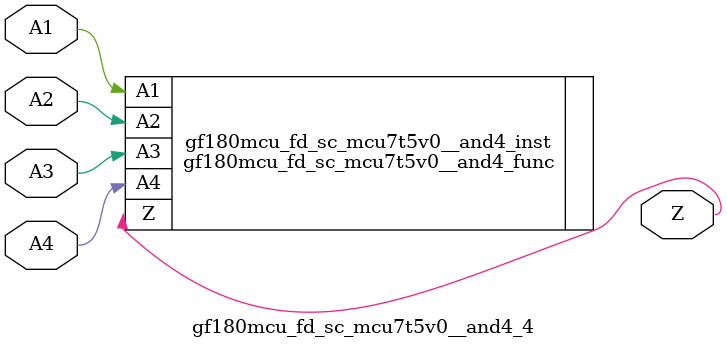
<source format=v>

`ifndef GF180MCU_FD_SC_MCU7T5V0__AND4_4_V
`define GF180MCU_FD_SC_MCU7T5V0__AND4_4_V

`include "gf180mcu_fd_sc_mcu7t5v0__and4_func.v"

`ifdef USE_POWER_PINS
module gf180mcu_fd_sc_mcu7t5v0__and4_4( A4, A3, A1, A2, Z, VDD, VSS );
inout VDD, VSS;
`else // If not USE_POWER_PINS
module gf180mcu_fd_sc_mcu7t5v0__and4_4( A4, A3, A1, A2, Z );
`endif // If not USE_POWER_PINS
input A1, A2, A3, A4;
output Z;

`ifdef USE_POWER_PINS
  gf180mcu_fd_sc_mcu7t5v0__and4_func gf180mcu_fd_sc_mcu7t5v0__and4_inst(.A4(A4),.A3(A3),.A1(A1),.A2(A2),.Z(Z),.VDD(VDD),.VSS(VSS));
`else // If not USE_POWER_PINS
  gf180mcu_fd_sc_mcu7t5v0__and4_func gf180mcu_fd_sc_mcu7t5v0__and4_inst(.A4(A4),.A3(A3),.A1(A1),.A2(A2),.Z(Z));
`endif // If not USE_POWER_PINS

`ifndef FUNCTIONAL
	// spec_gates_begin


	// spec_gates_end



   specify

	// specify_block_begin

	// comb arc A1 --> Z
	 (A1 => Z) = (1.0,1.0);

	// comb arc A2 --> Z
	 (A2 => Z) = (1.0,1.0);

	// comb arc A3 --> Z
	 (A3 => Z) = (1.0,1.0);

	// comb arc A4 --> Z
	 (A4 => Z) = (1.0,1.0);

	// specify_block_end

   endspecify

   `endif

endmodule
`endif // GF180MCU_FD_SC_MCU7T5V0__AND4_4_V

</source>
